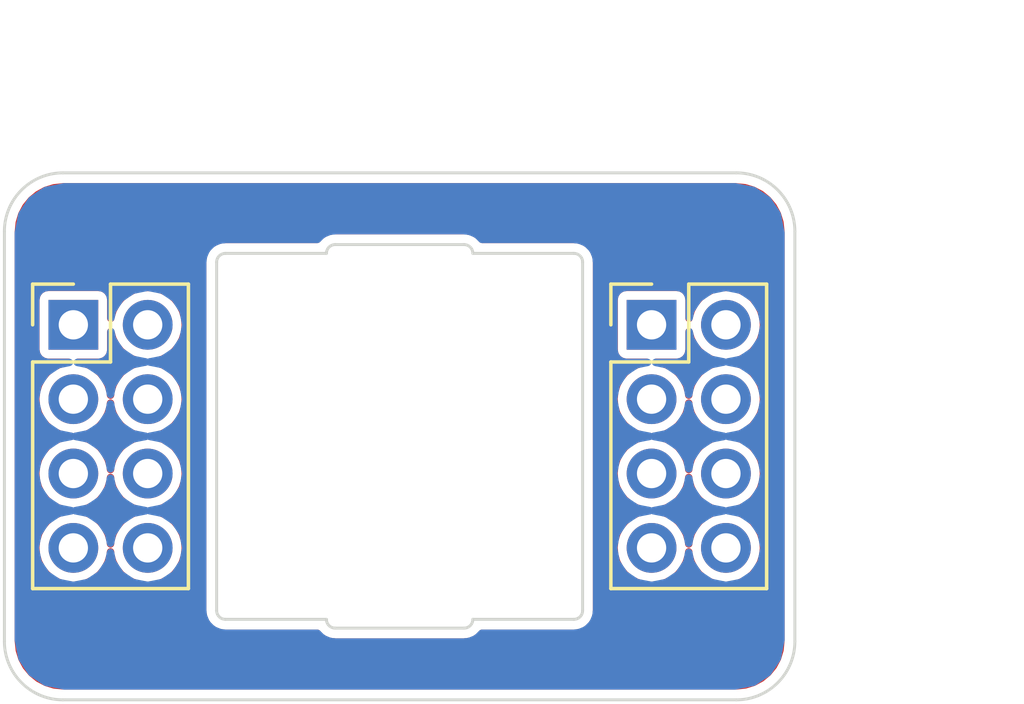
<source format=kicad_pcb>
(kicad_pcb (version 20170123) (host pcbnew "(2017-07-27 revision 3ee2f80)-test1")

  (general
    (thickness 1.6)
    (drawings 26)
    (tracks 0)
    (zones 0)
    (modules 2)
    (nets 17)
  )

  (page A4)
  (layers
    (0 F.Cu signal)
    (31 B.Cu signal)
    (32 B.Adhes user)
    (33 F.Adhes user)
    (34 B.Paste user)
    (35 F.Paste user)
    (36 B.SilkS user)
    (37 F.SilkS user)
    (38 B.Mask user)
    (39 F.Mask user)
    (40 Dwgs.User user)
    (41 Cmts.User user)
    (42 Eco1.User user)
    (43 Eco2.User user)
    (44 Edge.Cuts user)
    (45 Margin user)
    (46 B.CrtYd user)
    (47 F.CrtYd user)
    (48 B.Fab user)
    (49 F.Fab user hide)
  )

  (setup
    (last_trace_width 0.25)
    (trace_clearance 0.2)
    (zone_clearance 0.3)
    (zone_45_only yes)
    (trace_min 0.2)
    (segment_width 0.2)
    (edge_width 0.2)
    (via_size 0.8)
    (via_drill 0.4)
    (via_min_size 0.4)
    (via_min_drill 0.3)
    (uvia_size 0.3)
    (uvia_drill 0.1)
    (uvias_allowed no)
    (uvia_min_size 0.2)
    (uvia_min_drill 0.1)
    (pcb_text_width 0.3)
    (pcb_text_size 1.5 1.5)
    (mod_edge_width 0.15)
    (mod_text_size 1 1)
    (mod_text_width 0.15)
    (pad_size 1.524 1.524)
    (pad_drill 0.762)
    (pad_to_mask_clearance 0.2)
    (aux_axis_origin 145.105 49.27)
    (grid_origin 145.105 49.27)
    (visible_elements FFFFFF7F)
    (pcbplotparams
      (layerselection 0x000f0_ffffffff)
      (usegerberextensions true)
      (excludeedgelayer false)
      (linewidth 0.100000)
      (plotframeref false)
      (viasonmask false)
      (mode 1)
      (useauxorigin true)
      (hpglpennumber 1)
      (hpglpenspeed 20)
      (hpglpendiameter 15)
      (psnegative false)
      (psa4output false)
      (plotreference true)
      (plotvalue true)
      (plotinvisibletext false)
      (padsonsilk false)
      (subtractmaskfromsilk false)
      (outputformat 1)
      (mirror false)
      (drillshape 0)
      (scaleselection 1)
      (outputdirectory DI-Lambda-UNO-insert-v1.0-gerbers-20170824/))
  )

  (net 0 "")
  (net 1 "Net-(J1-Pad8)")
  (net 2 "Net-(J1-Pad7)")
  (net 3 "Net-(J1-Pad6)")
  (net 4 "Net-(J1-Pad5)")
  (net 5 "Net-(J1-Pad4)")
  (net 6 "Net-(J1-Pad3)")
  (net 7 "Net-(J1-Pad2)")
  (net 8 "Net-(J1-Pad1)")
  (net 9 "Net-(J2-Pad1)")
  (net 10 "Net-(J2-Pad2)")
  (net 11 "Net-(J2-Pad3)")
  (net 12 "Net-(J2-Pad4)")
  (net 13 "Net-(J2-Pad5)")
  (net 14 "Net-(J2-Pad6)")
  (net 15 "Net-(J2-Pad7)")
  (net 16 "Net-(J2-Pad8)")

  (net_class Default "This is the default net class."
    (clearance 0.2)
    (trace_width 0.25)
    (via_dia 0.8)
    (via_drill 0.4)
    (uvia_dia 0.3)
    (uvia_drill 0.1)
    (add_net "Net-(J1-Pad1)")
    (add_net "Net-(J1-Pad2)")
    (add_net "Net-(J1-Pad3)")
    (add_net "Net-(J1-Pad4)")
    (add_net "Net-(J1-Pad5)")
    (add_net "Net-(J1-Pad6)")
    (add_net "Net-(J1-Pad7)")
    (add_net "Net-(J1-Pad8)")
    (add_net "Net-(J2-Pad1)")
    (add_net "Net-(J2-Pad2)")
    (add_net "Net-(J2-Pad3)")
    (add_net "Net-(J2-Pad4)")
    (add_net "Net-(J2-Pad5)")
    (add_net "Net-(J2-Pad6)")
    (add_net "Net-(J2-Pad7)")
    (add_net "Net-(J2-Pad8)")
  )

  (module Pin_Headers:Pin_Header_Straight_2x04_Pitch2.54mm (layer F.Cu) (tedit 599B2692) (tstamp 599B2705)
    (at 147.46 54.46)
    (descr "Through hole straight pin header, 2x04, 2.54mm pitch, double rows")
    (tags "Through hole pin header THT 2x04 2.54mm double row")
    (path /599B2696)
    (fp_text reference J2 (at 1.27 -2.39) (layer F.SilkS) hide
      (effects (font (size 1 1) (thickness 0.15)))
    )
    (fp_text value CONN_02X04 (at 1.27 10.01) (layer F.Fab)
      (effects (font (size 1 1) (thickness 0.15)))
    )
    (fp_line (start -1.27 -1.27) (end -1.27 8.89) (layer F.Fab) (width 0.1))
    (fp_line (start -1.27 8.89) (end 3.81 8.89) (layer F.Fab) (width 0.1))
    (fp_line (start 3.81 8.89) (end 3.81 -1.27) (layer F.Fab) (width 0.1))
    (fp_line (start 3.81 -1.27) (end -1.27 -1.27) (layer F.Fab) (width 0.1))
    (fp_line (start -1.39 1.27) (end -1.39 9.01) (layer F.SilkS) (width 0.12))
    (fp_line (start -1.39 9.01) (end 3.93 9.01) (layer F.SilkS) (width 0.12))
    (fp_line (start 3.93 9.01) (end 3.93 -1.39) (layer F.SilkS) (width 0.12))
    (fp_line (start 3.93 -1.39) (end 1.27 -1.39) (layer F.SilkS) (width 0.12))
    (fp_line (start 1.27 -1.39) (end 1.27 1.27) (layer F.SilkS) (width 0.12))
    (fp_line (start 1.27 1.27) (end -1.39 1.27) (layer F.SilkS) (width 0.12))
    (fp_line (start -1.39 0) (end -1.39 -1.39) (layer F.SilkS) (width 0.12))
    (fp_line (start -1.39 -1.39) (end 0 -1.39) (layer F.SilkS) (width 0.12))
    (fp_line (start -1.6 -1.6) (end -1.6 9.2) (layer F.CrtYd) (width 0.05))
    (fp_line (start -1.6 9.2) (end 4.1 9.2) (layer F.CrtYd) (width 0.05))
    (fp_line (start 4.1 9.2) (end 4.1 -1.6) (layer F.CrtYd) (width 0.05))
    (fp_line (start 4.1 -1.6) (end -1.6 -1.6) (layer F.CrtYd) (width 0.05))
    (pad 1 thru_hole rect (at 0 0) (size 1.7 1.7) (drill 1) (layers *.Cu *.Mask)
      (net 9 "Net-(J2-Pad1)"))
    (pad 2 thru_hole oval (at 2.54 0) (size 1.7 1.7) (drill 1) (layers *.Cu *.Mask)
      (net 10 "Net-(J2-Pad2)"))
    (pad 3 thru_hole oval (at 0 2.54) (size 1.7 1.7) (drill 1) (layers *.Cu *.Mask)
      (net 11 "Net-(J2-Pad3)"))
    (pad 4 thru_hole oval (at 2.54 2.54) (size 1.7 1.7) (drill 1) (layers *.Cu *.Mask)
      (net 12 "Net-(J2-Pad4)"))
    (pad 5 thru_hole oval (at 0 5.08) (size 1.7 1.7) (drill 1) (layers *.Cu *.Mask)
      (net 13 "Net-(J2-Pad5)"))
    (pad 6 thru_hole oval (at 2.54 5.08) (size 1.7 1.7) (drill 1) (layers *.Cu *.Mask)
      (net 14 "Net-(J2-Pad6)"))
    (pad 7 thru_hole oval (at 0 7.62) (size 1.7 1.7) (drill 1) (layers *.Cu *.Mask)
      (net 15 "Net-(J2-Pad7)"))
    (pad 8 thru_hole oval (at 2.54 7.62) (size 1.7 1.7) (drill 1) (layers *.Cu *.Mask)
      (net 16 "Net-(J2-Pad8)"))
    (model Pin_Headers.3dshapes/Pin_Header_Straight_2x04_Pitch2.54mm.wrl
      (at (xyz 0.05 -0.15 0))
      (scale (xyz 1 1 1))
      (rotate (xyz 0 0 90))
    )
  )

  (module Pin_Headers:Pin_Header_Straight_2x04_Pitch2.54mm (layer F.Cu) (tedit 599B2695) (tstamp 599B26E3)
    (at 167.21 54.46)
    (descr "Through hole straight pin header, 2x04, 2.54mm pitch, double rows")
    (tags "Through hole pin header THT 2x04 2.54mm double row")
    (path /599B2666)
    (fp_text reference J1 (at 1.27 -2.39) (layer F.SilkS) hide
      (effects (font (size 1 1) (thickness 0.15)))
    )
    (fp_text value CONN_02X04 (at 1.27 10.01) (layer F.Fab)
      (effects (font (size 1 1) (thickness 0.15)))
    )
    (fp_line (start 4.1 -1.6) (end -1.6 -1.6) (layer F.CrtYd) (width 0.05))
    (fp_line (start 4.1 9.2) (end 4.1 -1.6) (layer F.CrtYd) (width 0.05))
    (fp_line (start -1.6 9.2) (end 4.1 9.2) (layer F.CrtYd) (width 0.05))
    (fp_line (start -1.6 -1.6) (end -1.6 9.2) (layer F.CrtYd) (width 0.05))
    (fp_line (start -1.39 -1.39) (end 0 -1.39) (layer F.SilkS) (width 0.12))
    (fp_line (start -1.39 0) (end -1.39 -1.39) (layer F.SilkS) (width 0.12))
    (fp_line (start 1.27 1.27) (end -1.39 1.27) (layer F.SilkS) (width 0.12))
    (fp_line (start 1.27 -1.39) (end 1.27 1.27) (layer F.SilkS) (width 0.12))
    (fp_line (start 3.93 -1.39) (end 1.27 -1.39) (layer F.SilkS) (width 0.12))
    (fp_line (start 3.93 9.01) (end 3.93 -1.39) (layer F.SilkS) (width 0.12))
    (fp_line (start -1.39 9.01) (end 3.93 9.01) (layer F.SilkS) (width 0.12))
    (fp_line (start -1.39 1.27) (end -1.39 9.01) (layer F.SilkS) (width 0.12))
    (fp_line (start 3.81 -1.27) (end -1.27 -1.27) (layer F.Fab) (width 0.1))
    (fp_line (start 3.81 8.89) (end 3.81 -1.27) (layer F.Fab) (width 0.1))
    (fp_line (start -1.27 8.89) (end 3.81 8.89) (layer F.Fab) (width 0.1))
    (fp_line (start -1.27 -1.27) (end -1.27 8.89) (layer F.Fab) (width 0.1))
    (pad 8 thru_hole oval (at 2.54 7.62) (size 1.7 1.7) (drill 1) (layers *.Cu *.Mask)
      (net 1 "Net-(J1-Pad8)"))
    (pad 7 thru_hole oval (at 0 7.62) (size 1.7 1.7) (drill 1) (layers *.Cu *.Mask)
      (net 2 "Net-(J1-Pad7)"))
    (pad 6 thru_hole oval (at 2.54 5.08) (size 1.7 1.7) (drill 1) (layers *.Cu *.Mask)
      (net 3 "Net-(J1-Pad6)"))
    (pad 5 thru_hole oval (at 0 5.08) (size 1.7 1.7) (drill 1) (layers *.Cu *.Mask)
      (net 4 "Net-(J1-Pad5)"))
    (pad 4 thru_hole oval (at 2.54 2.54) (size 1.7 1.7) (drill 1) (layers *.Cu *.Mask)
      (net 5 "Net-(J1-Pad4)"))
    (pad 3 thru_hole oval (at 0 2.54) (size 1.7 1.7) (drill 1) (layers *.Cu *.Mask)
      (net 6 "Net-(J1-Pad3)"))
    (pad 2 thru_hole oval (at 2.54 0) (size 1.7 1.7) (drill 1) (layers *.Cu *.Mask)
      (net 7 "Net-(J1-Pad2)"))
    (pad 1 thru_hole rect (at 0 0) (size 1.7 1.7) (drill 1) (layers *.Cu *.Mask)
      (net 8 "Net-(J1-Pad1)"))
    (model Pin_Headers.3dshapes/Pin_Header_Straight_2x04_Pitch2.54mm.wrl
      (at (xyz 0.05 -0.15 0))
      (scale (xyz 1 1 1))
      (rotate (xyz 0 0 90))
    )
  )

  (dimension 18 (width 0.3) (layer Eco1.User)
    (gr_text "18.000 mm" (at 177.255 58.27 270) (layer Eco1.User)
      (effects (font (size 1.5 1.5) (thickness 0.3)))
    )
    (feature1 (pts (xy 172.105 67.27) (xy 178.605 67.27)))
    (feature2 (pts (xy 172.105 49.27) (xy 178.605 49.27)))
    (crossbar (pts (xy 175.905 49.27) (xy 175.905 67.27)))
    (arrow1a (pts (xy 175.905 67.27) (xy 175.318579 66.143496)))
    (arrow1b (pts (xy 175.905 67.27) (xy 176.491421 66.143496)))
    (arrow2a (pts (xy 175.905 49.27) (xy 175.318579 50.396504)))
    (arrow2b (pts (xy 175.905 49.27) (xy 176.491421 50.396504)))
  )
  (dimension 27 (width 0.3) (layer Eco1.User)
    (gr_text "27.000 mm" (at 158.605 45.22) (layer Eco1.User)
      (effects (font (size 1.5 1.5) (thickness 0.3)))
    )
    (feature1 (pts (xy 172.105 49.27) (xy 172.105 43.87)))
    (feature2 (pts (xy 145.105 49.27) (xy 145.105 43.87)))
    (crossbar (pts (xy 145.105 46.57) (xy 172.105 46.57)))
    (arrow1a (pts (xy 172.105 46.57) (xy 170.978496 47.156421)))
    (arrow1b (pts (xy 172.105 46.57) (xy 170.978496 45.983579)))
    (arrow2a (pts (xy 145.105 46.57) (xy 146.231504 47.156421)))
    (arrow2b (pts (xy 145.105 46.57) (xy 146.231504 45.983579)))
  )
  (gr_arc (start 147.105 65.27) (end 147.105 67.27) (angle 90) (layer Edge.Cuts) (width 0.1) (tstamp 599B2800))
  (gr_arc (start 170.105 65.27) (end 172.105 65.27) (angle 90) (layer Edge.Cuts) (width 0.1) (tstamp 599B27F7))
  (gr_arc (start 170.105 51.27) (end 170.105 49.27) (angle 90) (layer Edge.Cuts) (width 0.1) (tstamp 599B27EB))
  (gr_arc (start 147.105 51.27) (end 145.105 51.27) (angle 90) (layer Edge.Cuts) (width 0.1))
  (gr_arc (start 152.655 52.32) (end 152.355 52.32) (angle 90) (layer Edge.Cuts) (width 0.1) (tstamp 599B27CC))
  (gr_arc (start 164.555 52.32) (end 164.555 52.02) (angle 90) (layer Edge.Cuts) (width 0.1) (tstamp 599B27C6))
  (gr_arc (start 164.555 64.22) (end 164.855 64.22) (angle 90) (layer Edge.Cuts) (width 0.1) (tstamp 599B27BF))
  (gr_arc (start 152.655 64.22) (end 152.655 64.52) (angle 90) (layer Edge.Cuts) (width 0.1) (tstamp 599B27B5))
  (gr_arc (start 160.805 64.52) (end 161.105 64.52) (angle 90) (layer Edge.Cuts) (width 0.1) (tstamp 599B27B0))
  (gr_arc (start 156.405 64.52) (end 156.405 64.82) (angle 90) (layer Edge.Cuts) (width 0.1) (tstamp 599B27AC))
  (gr_arc (start 160.805 52.02) (end 160.805 51.72) (angle 90) (layer Edge.Cuts) (width 0.1) (tstamp 599B27A8))
  (gr_arc (start 156.405 52.02) (end 156.105 52.02) (angle 90) (layer Edge.Cuts) (width 0.1))
  (gr_line (start 152.355 52.32) (end 152.355 64.22) (layer Edge.Cuts) (width 0.1))
  (gr_line (start 147.105 67.27) (end 170.105 67.27) (layer Edge.Cuts) (width 0.1))
  (gr_line (start 145.105 51.27) (end 145.105 65.27) (layer Edge.Cuts) (width 0.1))
  (gr_line (start 172.105 51.27) (end 172.105 65.27) (layer Edge.Cuts) (width 0.1))
  (gr_line (start 147.105 49.27) (end 170.105 49.27) (layer Edge.Cuts) (width 0.1))
  (gr_line (start 156.405 64.82) (end 160.805 64.82) (layer Edge.Cuts) (width 0.1))
  (gr_line (start 156.105 52.02) (end 152.655 52.02) (layer Edge.Cuts) (width 0.1))
  (gr_line (start 152.655 64.52) (end 156.105 64.52) (layer Edge.Cuts) (width 0.1))
  (gr_line (start 156.405 51.72) (end 160.805 51.72) (layer Edge.Cuts) (width 0.1))
  (gr_line (start 164.555 64.52) (end 161.105 64.52) (layer Edge.Cuts) (width 0.1))
  (gr_line (start 164.555 52.02) (end 161.105 52.02) (layer Edge.Cuts) (width 0.1))
  (gr_line (start 164.855 64.22) (end 164.855 52.32) (layer Edge.Cuts) (width 0.1))

  (zone (net 0) (net_name "") (layer F.Cu) (tstamp 0) (hatch edge 0.508)
    (connect_pads (clearance 0.3))
    (min_thickness 0.254)
    (fill yes (arc_segments 32) (thermal_gap 0.508) (thermal_bridge_width 0.508) (smoothing chamfer))
    (polygon
      (pts
        (xy 145.105 50.27) (xy 146.005 49.27) (xy 171.105 49.27) (xy 172.105 50.399188) (xy 172.105 66.37)
        (xy 171.105 67.27) (xy 145.905 67.27) (xy 145.105 66.57)
      )
    )
    (filled_polygon
      (pts
        (xy 170.400375 49.778249) (xy 170.684495 49.86403) (xy 170.94655 50.003366) (xy 171.176545 50.190946) (xy 171.365727 50.419627)
        (xy 171.506888 50.680698) (xy 171.594652 50.964218) (xy 171.628 51.281502) (xy 171.628 65.246675) (xy 171.596751 65.565372)
        (xy 171.51097 65.849497) (xy 171.371633 66.111549) (xy 171.184053 66.341546) (xy 170.955373 66.530727) (xy 170.6943 66.671888)
        (xy 170.410781 66.759652) (xy 170.093498 66.793) (xy 147.128325 66.793) (xy 146.809628 66.761751) (xy 146.525503 66.67597)
        (xy 146.263451 66.536633) (xy 146.033454 66.349053) (xy 145.844273 66.120373) (xy 145.703112 65.8593) (xy 145.615348 65.575781)
        (xy 145.582 65.258498) (xy 145.582 56.991085) (xy 146.176852 56.991085) (xy 146.19944 57.239286) (xy 146.269807 57.478373)
        (xy 146.385273 57.699238) (xy 146.541439 57.89347) (xy 146.732358 58.05367) (xy 146.950757 58.173736) (xy 147.188318 58.249094)
        (xy 147.378301 58.270405) (xy 147.205784 58.28732) (xy 146.967194 58.359355) (xy 146.74714 58.47636) (xy 146.554003 58.633878)
        (xy 146.39514 58.825911) (xy 146.276602 59.045143) (xy 146.202903 59.283223) (xy 146.176852 59.531085) (xy 146.19944 59.779286)
        (xy 146.269807 60.018373) (xy 146.385273 60.239238) (xy 146.541439 60.43347) (xy 146.732358 60.59367) (xy 146.950757 60.713736)
        (xy 147.188318 60.789094) (xy 147.378301 60.810405) (xy 147.205784 60.82732) (xy 146.967194 60.899355) (xy 146.74714 61.01636)
        (xy 146.554003 61.173878) (xy 146.39514 61.365911) (xy 146.276602 61.585143) (xy 146.202903 61.823223) (xy 146.176852 62.071085)
        (xy 146.19944 62.319286) (xy 146.269807 62.558373) (xy 146.385273 62.779238) (xy 146.541439 62.97347) (xy 146.732358 63.13367)
        (xy 146.950757 63.253736) (xy 147.188318 63.329094) (xy 147.435991 63.356876) (xy 147.453821 63.357) (xy 147.466179 63.357)
        (xy 147.714216 63.33268) (xy 147.952806 63.260645) (xy 148.17286 63.14364) (xy 148.365997 62.986122) (xy 148.52486 62.794089)
        (xy 148.643398 62.574857) (xy 148.717097 62.336777) (xy 148.729925 62.214729) (xy 148.73944 62.319286) (xy 148.809807 62.558373)
        (xy 148.925273 62.779238) (xy 149.081439 62.97347) (xy 149.272358 63.13367) (xy 149.490757 63.253736) (xy 149.728318 63.329094)
        (xy 149.975991 63.356876) (xy 149.993821 63.357) (xy 150.006179 63.357) (xy 150.254216 63.33268) (xy 150.492806 63.260645)
        (xy 150.71286 63.14364) (xy 150.905997 62.986122) (xy 151.06486 62.794089) (xy 151.183398 62.574857) (xy 151.257097 62.336777)
        (xy 151.283148 62.088915) (xy 151.26056 61.840714) (xy 151.190193 61.601627) (xy 151.074727 61.380762) (xy 150.918561 61.18653)
        (xy 150.727642 61.02633) (xy 150.509243 60.906264) (xy 150.271682 60.830906) (xy 150.081699 60.809595) (xy 150.254216 60.79268)
        (xy 150.492806 60.720645) (xy 150.71286 60.60364) (xy 150.905997 60.446122) (xy 151.06486 60.254089) (xy 151.183398 60.034857)
        (xy 151.257097 59.796777) (xy 151.283148 59.548915) (xy 151.26056 59.300714) (xy 151.190193 59.061627) (xy 151.074727 58.840762)
        (xy 150.918561 58.64653) (xy 150.727642 58.48633) (xy 150.509243 58.366264) (xy 150.271682 58.290906) (xy 150.081699 58.269595)
        (xy 150.254216 58.25268) (xy 150.492806 58.180645) (xy 150.71286 58.06364) (xy 150.905997 57.906122) (xy 151.06486 57.714089)
        (xy 151.183398 57.494857) (xy 151.257097 57.256777) (xy 151.283148 57.008915) (xy 151.26056 56.760714) (xy 151.190193 56.521627)
        (xy 151.074727 56.300762) (xy 150.918561 56.10653) (xy 150.727642 55.94633) (xy 150.509243 55.826264) (xy 150.271682 55.750906)
        (xy 150.081699 55.729595) (xy 150.254216 55.71268) (xy 150.492806 55.640645) (xy 150.71286 55.52364) (xy 150.905997 55.366122)
        (xy 151.06486 55.174089) (xy 151.183398 54.954857) (xy 151.257097 54.716777) (xy 151.283148 54.468915) (xy 151.26056 54.220714)
        (xy 151.190193 53.981627) (xy 151.074727 53.760762) (xy 150.918561 53.56653) (xy 150.727642 53.40633) (xy 150.509243 53.286264)
        (xy 150.271682 53.210906) (xy 150.024009 53.183124) (xy 150.006179 53.183) (xy 149.993821 53.183) (xy 149.745784 53.20732)
        (xy 149.507194 53.279355) (xy 149.28714 53.39636) (xy 149.094003 53.553878) (xy 148.93514 53.745911) (xy 148.816602 53.965143)
        (xy 148.742903 54.203223) (xy 148.739066 54.23973) (xy 148.739066 53.61) (xy 148.730822 53.526293) (xy 148.706405 53.445804)
        (xy 148.666755 53.371624) (xy 148.613395 53.306605) (xy 148.548376 53.253245) (xy 148.474196 53.213595) (xy 148.393707 53.189178)
        (xy 148.31 53.180934) (xy 146.61 53.180934) (xy 146.526293 53.189178) (xy 146.445804 53.213595) (xy 146.371624 53.253245)
        (xy 146.306605 53.306605) (xy 146.253245 53.371624) (xy 146.213595 53.445804) (xy 146.189178 53.526293) (xy 146.180934 53.61)
        (xy 146.180934 55.31) (xy 146.189178 55.393707) (xy 146.213595 55.474196) (xy 146.253245 55.548376) (xy 146.306605 55.613395)
        (xy 146.371624 55.666755) (xy 146.445804 55.706405) (xy 146.526293 55.730822) (xy 146.61 55.739066) (xy 147.289966 55.739066)
        (xy 147.205784 55.74732) (xy 146.967194 55.819355) (xy 146.74714 55.93636) (xy 146.554003 56.093878) (xy 146.39514 56.285911)
        (xy 146.276602 56.505143) (xy 146.202903 56.743223) (xy 146.176852 56.991085) (xy 145.582 56.991085) (xy 145.582 52.32)
        (xy 151.878 52.32) (xy 151.878 64.22) (xy 151.878008 64.220084) (xy 151.878003 64.221595) (xy 151.87801 64.223689)
        (xy 151.880116 64.244455) (xy 151.87997 64.265325) (xy 151.88062 64.271953) (xy 151.88674 64.330182) (xy 151.895433 64.372532)
        (xy 151.903534 64.415001) (xy 151.90546 64.421377) (xy 151.922774 64.477309) (xy 151.939524 64.517156) (xy 151.955723 64.55725)
        (xy 151.958845 64.563121) (xy 151.958849 64.56313) (xy 151.958854 64.563137) (xy 151.986698 64.614634) (xy 152.010877 64.65048)
        (xy 152.034545 64.68665) (xy 152.038755 64.691811) (xy 152.076076 64.736923) (xy 152.106743 64.767376) (xy 152.137001 64.798276)
        (xy 152.142128 64.802516) (xy 152.142133 64.802521) (xy 152.142138 64.802525) (xy 152.187507 64.839526) (xy 152.223543 64.863468)
        (xy 152.259182 64.887872) (xy 152.265037 64.891037) (xy 152.265047 64.891044) (xy 152.265058 64.891048) (xy 152.316737 64.918528)
        (xy 152.356713 64.935005) (xy 152.396447 64.952036) (xy 152.402809 64.954005) (xy 152.45886 64.970928) (xy 152.501292 64.97933)
        (xy 152.543563 64.988315) (xy 152.550175 64.98901) (xy 152.550181 64.989011) (xy 152.550186 64.989011) (xy 152.608456 64.994724)
        (xy 152.628461 64.994724) (xy 152.64834 64.996954) (xy 152.655 64.997) (xy 155.793048 64.997) (xy 155.826076 65.036923)
        (xy 155.856743 65.067376) (xy 155.887001 65.098276) (xy 155.892128 65.102516) (xy 155.892133 65.102521) (xy 155.892138 65.102525)
        (xy 155.937507 65.139526) (xy 155.973543 65.163468) (xy 156.009182 65.187872) (xy 156.015037 65.191037) (xy 156.015047 65.191044)
        (xy 156.015058 65.191048) (xy 156.066737 65.218528) (xy 156.106713 65.235005) (xy 156.146447 65.252036) (xy 156.152809 65.254005)
        (xy 156.20886 65.270928) (xy 156.251292 65.27933) (xy 156.293563 65.288315) (xy 156.300175 65.28901) (xy 156.300181 65.289011)
        (xy 156.300186 65.289011) (xy 156.358456 65.294724) (xy 156.378461 65.294724) (xy 156.39834 65.296954) (xy 156.405 65.297)
        (xy 160.805 65.297) (xy 160.805084 65.296992) (xy 160.806595 65.296997) (xy 160.808689 65.29699) (xy 160.829455 65.294884)
        (xy 160.850325 65.29503) (xy 160.856953 65.29438) (xy 160.915182 65.28826) (xy 160.957532 65.279567) (xy 161.000001 65.271466)
        (xy 161.006371 65.269542) (xy 161.006375 65.269541) (xy 161.006378 65.26954) (xy 161.062309 65.252226) (xy 161.102156 65.235476)
        (xy 161.14225 65.219277) (xy 161.148121 65.216155) (xy 161.14813 65.216151) (xy 161.148137 65.216146) (xy 161.199634 65.188302)
        (xy 161.23548 65.164123) (xy 161.27165 65.140455) (xy 161.276811 65.136245) (xy 161.321923 65.098924) (xy 161.352376 65.068257)
        (xy 161.383276 65.037999) (xy 161.387519 65.032869) (xy 161.387521 65.032867) (xy 161.387525 65.032862) (xy 161.416772 64.997)
        (xy 164.555 64.997) (xy 164.555084 64.996992) (xy 164.556595 64.996997) (xy 164.558689 64.99699) (xy 164.579455 64.994884)
        (xy 164.600325 64.99503) (xy 164.606953 64.99438) (xy 164.665182 64.98826) (xy 164.707532 64.979567) (xy 164.750001 64.971466)
        (xy 164.756371 64.969542) (xy 164.756375 64.969541) (xy 164.756378 64.96954) (xy 164.812309 64.952226) (xy 164.852156 64.935476)
        (xy 164.89225 64.919277) (xy 164.898121 64.916155) (xy 164.89813 64.916151) (xy 164.898137 64.916146) (xy 164.949634 64.888302)
        (xy 164.985486 64.864119) (xy 165.02165 64.840455) (xy 165.026811 64.836245) (xy 165.071923 64.798924) (xy 165.102376 64.768257)
        (xy 165.133276 64.737999) (xy 165.137519 64.732869) (xy 165.137521 64.732867) (xy 165.137525 64.732862) (xy 165.174526 64.687493)
        (xy 165.198468 64.651457) (xy 165.222872 64.615818) (xy 165.226039 64.60996) (xy 165.226044 64.609953) (xy 165.226048 64.609942)
        (xy 165.253528 64.558263) (xy 165.270005 64.518287) (xy 165.287036 64.478553) (xy 165.289005 64.472191) (xy 165.305928 64.41614)
        (xy 165.31433 64.373708) (xy 165.323315 64.331437) (xy 165.32401 64.324825) (xy 165.324011 64.324819) (xy 165.324011 64.324814)
        (xy 165.329724 64.266544) (xy 165.329724 64.246539) (xy 165.331954 64.22666) (xy 165.332 64.22) (xy 165.332 56.991085)
        (xy 165.926852 56.991085) (xy 165.94944 57.239286) (xy 166.019807 57.478373) (xy 166.135273 57.699238) (xy 166.291439 57.89347)
        (xy 166.482358 58.05367) (xy 166.700757 58.173736) (xy 166.938318 58.249094) (xy 167.128301 58.270405) (xy 166.955784 58.28732)
        (xy 166.717194 58.359355) (xy 166.49714 58.47636) (xy 166.304003 58.633878) (xy 166.14514 58.825911) (xy 166.026602 59.045143)
        (xy 165.952903 59.283223) (xy 165.926852 59.531085) (xy 165.94944 59.779286) (xy 166.019807 60.018373) (xy 166.135273 60.239238)
        (xy 166.291439 60.43347) (xy 166.482358 60.59367) (xy 166.700757 60.713736) (xy 166.938318 60.789094) (xy 167.128301 60.810405)
        (xy 166.955784 60.82732) (xy 166.717194 60.899355) (xy 166.49714 61.01636) (xy 166.304003 61.173878) (xy 166.14514 61.365911)
        (xy 166.026602 61.585143) (xy 165.952903 61.823223) (xy 165.926852 62.071085) (xy 165.94944 62.319286) (xy 166.019807 62.558373)
        (xy 166.135273 62.779238) (xy 166.291439 62.97347) (xy 166.482358 63.13367) (xy 166.700757 63.253736) (xy 166.938318 63.329094)
        (xy 167.185991 63.356876) (xy 167.203821 63.357) (xy 167.216179 63.357) (xy 167.464216 63.33268) (xy 167.702806 63.260645)
        (xy 167.92286 63.14364) (xy 168.115997 62.986122) (xy 168.27486 62.794089) (xy 168.393398 62.574857) (xy 168.467097 62.336777)
        (xy 168.479925 62.214729) (xy 168.48944 62.319286) (xy 168.559807 62.558373) (xy 168.675273 62.779238) (xy 168.831439 62.97347)
        (xy 169.022358 63.13367) (xy 169.240757 63.253736) (xy 169.478318 63.329094) (xy 169.725991 63.356876) (xy 169.743821 63.357)
        (xy 169.756179 63.357) (xy 170.004216 63.33268) (xy 170.242806 63.260645) (xy 170.46286 63.14364) (xy 170.655997 62.986122)
        (xy 170.81486 62.794089) (xy 170.933398 62.574857) (xy 171.007097 62.336777) (xy 171.033148 62.088915) (xy 171.01056 61.840714)
        (xy 170.940193 61.601627) (xy 170.824727 61.380762) (xy 170.668561 61.18653) (xy 170.477642 61.02633) (xy 170.259243 60.906264)
        (xy 170.021682 60.830906) (xy 169.831699 60.809595) (xy 170.004216 60.79268) (xy 170.242806 60.720645) (xy 170.46286 60.60364)
        (xy 170.655997 60.446122) (xy 170.81486 60.254089) (xy 170.933398 60.034857) (xy 171.007097 59.796777) (xy 171.033148 59.548915)
        (xy 171.01056 59.300714) (xy 170.940193 59.061627) (xy 170.824727 58.840762) (xy 170.668561 58.64653) (xy 170.477642 58.48633)
        (xy 170.259243 58.366264) (xy 170.021682 58.290906) (xy 169.831699 58.269595) (xy 170.004216 58.25268) (xy 170.242806 58.180645)
        (xy 170.46286 58.06364) (xy 170.655997 57.906122) (xy 170.81486 57.714089) (xy 170.933398 57.494857) (xy 171.007097 57.256777)
        (xy 171.033148 57.008915) (xy 171.01056 56.760714) (xy 170.940193 56.521627) (xy 170.824727 56.300762) (xy 170.668561 56.10653)
        (xy 170.477642 55.94633) (xy 170.259243 55.826264) (xy 170.021682 55.750906) (xy 169.831699 55.729595) (xy 170.004216 55.71268)
        (xy 170.242806 55.640645) (xy 170.46286 55.52364) (xy 170.655997 55.366122) (xy 170.81486 55.174089) (xy 170.933398 54.954857)
        (xy 171.007097 54.716777) (xy 171.033148 54.468915) (xy 171.01056 54.220714) (xy 170.940193 53.981627) (xy 170.824727 53.760762)
        (xy 170.668561 53.56653) (xy 170.477642 53.40633) (xy 170.259243 53.286264) (xy 170.021682 53.210906) (xy 169.774009 53.183124)
        (xy 169.756179 53.183) (xy 169.743821 53.183) (xy 169.495784 53.20732) (xy 169.257194 53.279355) (xy 169.03714 53.39636)
        (xy 168.844003 53.553878) (xy 168.68514 53.745911) (xy 168.566602 53.965143) (xy 168.492903 54.203223) (xy 168.489066 54.23973)
        (xy 168.489066 53.61) (xy 168.480822 53.526293) (xy 168.456405 53.445804) (xy 168.416755 53.371624) (xy 168.363395 53.306605)
        (xy 168.298376 53.253245) (xy 168.224196 53.213595) (xy 168.143707 53.189178) (xy 168.06 53.180934) (xy 166.36 53.180934)
        (xy 166.276293 53.189178) (xy 166.195804 53.213595) (xy 166.121624 53.253245) (xy 166.056605 53.306605) (xy 166.003245 53.371624)
        (xy 165.963595 53.445804) (xy 165.939178 53.526293) (xy 165.930934 53.61) (xy 165.930934 55.31) (xy 165.939178 55.393707)
        (xy 165.963595 55.474196) (xy 166.003245 55.548376) (xy 166.056605 55.613395) (xy 166.121624 55.666755) (xy 166.195804 55.706405)
        (xy 166.276293 55.730822) (xy 166.36 55.739066) (xy 167.039966 55.739066) (xy 166.955784 55.74732) (xy 166.717194 55.819355)
        (xy 166.49714 55.93636) (xy 166.304003 56.093878) (xy 166.14514 56.285911) (xy 166.026602 56.505143) (xy 165.952903 56.743223)
        (xy 165.926852 56.991085) (xy 165.332 56.991085) (xy 165.332 52.32) (xy 165.331992 52.319916) (xy 165.331997 52.318405)
        (xy 165.33199 52.316311) (xy 165.329884 52.295545) (xy 165.33003 52.274675) (xy 165.32938 52.268047) (xy 165.32326 52.209818)
        (xy 165.314572 52.167494) (xy 165.306466 52.124999) (xy 165.304541 52.118624) (xy 165.287226 52.062691) (xy 165.270476 52.022845)
        (xy 165.254277 51.98275) (xy 165.25115 51.97687) (xy 165.223302 51.925367) (xy 165.199127 51.889526) (xy 165.175454 51.85335)
        (xy 165.171247 51.848193) (xy 165.171244 51.848188) (xy 165.171239 51.848183) (xy 165.133924 51.803076) (xy 165.103238 51.772604)
        (xy 165.072999 51.741724) (xy 165.067867 51.737479) (xy 165.022493 51.700474) (xy 164.986498 51.676559) (xy 164.950819 51.652128)
        (xy 164.94496 51.648961) (xy 164.944955 51.648958) (xy 164.944951 51.648956) (xy 164.893264 51.621473) (xy 164.853307 51.605003)
        (xy 164.813553 51.587964) (xy 164.807191 51.585995) (xy 164.75114 51.569072) (xy 164.708708 51.56067) (xy 164.666437 51.551685)
        (xy 164.659826 51.55099) (xy 164.659819 51.550989) (xy 164.659813 51.550989) (xy 164.601544 51.545276) (xy 164.581539 51.545276)
        (xy 164.56166 51.543046) (xy 164.555 51.543) (xy 161.416951 51.543) (xy 161.383924 51.503076) (xy 161.353238 51.472604)
        (xy 161.322999 51.441724) (xy 161.317867 51.437479) (xy 161.272493 51.400474) (xy 161.236498 51.376559) (xy 161.200819 51.352128)
        (xy 161.19496 51.348961) (xy 161.194955 51.348958) (xy 161.194951 51.348956) (xy 161.143264 51.321473) (xy 161.103307 51.305003)
        (xy 161.063553 51.287964) (xy 161.057191 51.285995) (xy 161.00114 51.269072) (xy 160.958708 51.26067) (xy 160.916437 51.251685)
        (xy 160.909826 51.25099) (xy 160.909819 51.250989) (xy 160.909813 51.250989) (xy 160.851544 51.245276) (xy 160.831539 51.245276)
        (xy 160.81166 51.243046) (xy 160.805 51.243) (xy 156.405 51.243) (xy 156.404916 51.243008) (xy 156.403405 51.243003)
        (xy 156.401311 51.24301) (xy 156.380545 51.245116) (xy 156.359675 51.24497) (xy 156.353047 51.24562) (xy 156.294818 51.25174)
        (xy 156.252494 51.260428) (xy 156.209999 51.268534) (xy 156.203624 51.270459) (xy 156.147691 51.287774) (xy 156.107845 51.304524)
        (xy 156.06775 51.320723) (xy 156.061875 51.323847) (xy 156.061871 51.323849) (xy 156.06187 51.32385) (xy 156.010367 51.351698)
        (xy 155.974526 51.375873) (xy 155.93835 51.399546) (xy 155.933194 51.403752) (xy 155.933188 51.403756) (xy 155.933183 51.403761)
        (xy 155.888076 51.441076) (xy 155.857604 51.471762) (xy 155.826724 51.502001) (xy 155.822479 51.507133) (xy 155.793227 51.543)
        (xy 152.655 51.543) (xy 152.654916 51.543008) (xy 152.653405 51.543003) (xy 152.651311 51.54301) (xy 152.630545 51.545116)
        (xy 152.609675 51.54497) (xy 152.603047 51.54562) (xy 152.544818 51.55174) (xy 152.502494 51.560428) (xy 152.459999 51.568534)
        (xy 152.453624 51.570459) (xy 152.397691 51.587774) (xy 152.357845 51.604524) (xy 152.31775 51.620723) (xy 152.311875 51.623847)
        (xy 152.311871 51.623849) (xy 152.31187 51.62385) (xy 152.260367 51.651698) (xy 152.224526 51.675873) (xy 152.18835 51.699546)
        (xy 152.183194 51.703752) (xy 152.183188 51.703756) (xy 152.183183 51.703761) (xy 152.138076 51.741076) (xy 152.107604 51.771762)
        (xy 152.076724 51.802001) (xy 152.072479 51.807133) (xy 152.035474 51.852507) (xy 152.011559 51.888502) (xy 151.987128 51.924181)
        (xy 151.983961 51.93004) (xy 151.956473 51.981736) (xy 151.940003 52.021693) (xy 151.922964 52.061447) (xy 151.920995 52.067809)
        (xy 151.904072 52.12386) (xy 151.89567 52.166292) (xy 151.886685 52.208563) (xy 151.88599 52.215174) (xy 151.885989 52.215181)
        (xy 151.885989 52.215187) (xy 151.880276 52.273456) (xy 151.880276 52.293461) (xy 151.878046 52.31334) (xy 151.878 52.32)
        (xy 145.582 52.32) (xy 145.582 51.293325) (xy 145.613249 50.974625) (xy 145.69903 50.690505) (xy 145.838366 50.42845)
        (xy 146.025946 50.198455) (xy 146.254627 50.009273) (xy 146.515698 49.868112) (xy 146.799218 49.780348) (xy 147.116502 49.747)
        (xy 170.081675 49.747)
      )
    )
    (filled_polygon
      (pts
        (xy 168.48944 59.779286) (xy 168.559807 60.018373) (xy 168.675273 60.239238) (xy 168.831439 60.43347) (xy 169.022358 60.59367)
        (xy 169.240757 60.713736) (xy 169.478318 60.789094) (xy 169.668301 60.810405) (xy 169.495784 60.82732) (xy 169.257194 60.899355)
        (xy 169.03714 61.01636) (xy 168.844003 61.173878) (xy 168.68514 61.365911) (xy 168.566602 61.585143) (xy 168.492903 61.823223)
        (xy 168.480075 61.945271) (xy 168.47056 61.840714) (xy 168.400193 61.601627) (xy 168.284727 61.380762) (xy 168.128561 61.18653)
        (xy 167.937642 61.02633) (xy 167.719243 60.906264) (xy 167.481682 60.830906) (xy 167.291699 60.809595) (xy 167.464216 60.79268)
        (xy 167.702806 60.720645) (xy 167.92286 60.60364) (xy 168.115997 60.446122) (xy 168.27486 60.254089) (xy 168.393398 60.034857)
        (xy 168.467097 59.796777) (xy 168.479925 59.674729)
      )
    )
    (filled_polygon
      (pts
        (xy 168.48944 57.239286) (xy 168.559807 57.478373) (xy 168.675273 57.699238) (xy 168.831439 57.89347) (xy 169.022358 58.05367)
        (xy 169.240757 58.173736) (xy 169.478318 58.249094) (xy 169.668301 58.270405) (xy 169.495784 58.28732) (xy 169.257194 58.359355)
        (xy 169.03714 58.47636) (xy 168.844003 58.633878) (xy 168.68514 58.825911) (xy 168.566602 59.045143) (xy 168.492903 59.283223)
        (xy 168.480075 59.405271) (xy 168.47056 59.300714) (xy 168.400193 59.061627) (xy 168.284727 58.840762) (xy 168.128561 58.64653)
        (xy 167.937642 58.48633) (xy 167.719243 58.366264) (xy 167.481682 58.290906) (xy 167.291699 58.269595) (xy 167.464216 58.25268)
        (xy 167.702806 58.180645) (xy 167.92286 58.06364) (xy 168.115997 57.906122) (xy 168.27486 57.714089) (xy 168.393398 57.494857)
        (xy 168.467097 57.256777) (xy 168.479925 57.134729)
      )
    )
    (filled_polygon
      (pts
        (xy 168.48944 54.699286) (xy 168.559807 54.938373) (xy 168.675273 55.159238) (xy 168.831439 55.35347) (xy 169.022358 55.51367)
        (xy 169.240757 55.633736) (xy 169.478318 55.709094) (xy 169.668301 55.730405) (xy 169.495784 55.74732) (xy 169.257194 55.819355)
        (xy 169.03714 55.93636) (xy 168.844003 56.093878) (xy 168.68514 56.285911) (xy 168.566602 56.505143) (xy 168.492903 56.743223)
        (xy 168.480075 56.865271) (xy 168.47056 56.760714) (xy 168.400193 56.521627) (xy 168.284727 56.300762) (xy 168.128561 56.10653)
        (xy 167.937642 55.94633) (xy 167.719243 55.826264) (xy 167.481682 55.750906) (xy 167.37613 55.739066) (xy 168.06 55.739066)
        (xy 168.143707 55.730822) (xy 168.224196 55.706405) (xy 168.298376 55.666755) (xy 168.363395 55.613395) (xy 168.416755 55.548376)
        (xy 168.456405 55.474196) (xy 168.480822 55.393707) (xy 168.489066 55.31) (xy 168.489066 54.695176)
      )
    )
    (filled_polygon
      (pts
        (xy 148.73944 59.779286) (xy 148.809807 60.018373) (xy 148.925273 60.239238) (xy 149.081439 60.43347) (xy 149.272358 60.59367)
        (xy 149.490757 60.713736) (xy 149.728318 60.789094) (xy 149.918301 60.810405) (xy 149.745784 60.82732) (xy 149.507194 60.899355)
        (xy 149.28714 61.01636) (xy 149.094003 61.173878) (xy 148.93514 61.365911) (xy 148.816602 61.585143) (xy 148.742903 61.823223)
        (xy 148.730075 61.945271) (xy 148.72056 61.840714) (xy 148.650193 61.601627) (xy 148.534727 61.380762) (xy 148.378561 61.18653)
        (xy 148.187642 61.02633) (xy 147.969243 60.906264) (xy 147.731682 60.830906) (xy 147.541699 60.809595) (xy 147.714216 60.79268)
        (xy 147.952806 60.720645) (xy 148.17286 60.60364) (xy 148.365997 60.446122) (xy 148.52486 60.254089) (xy 148.643398 60.034857)
        (xy 148.717097 59.796777) (xy 148.729925 59.674729)
      )
    )
    (filled_polygon
      (pts
        (xy 148.73944 57.239286) (xy 148.809807 57.478373) (xy 148.925273 57.699238) (xy 149.081439 57.89347) (xy 149.272358 58.05367)
        (xy 149.490757 58.173736) (xy 149.728318 58.249094) (xy 149.918301 58.270405) (xy 149.745784 58.28732) (xy 149.507194 58.359355)
        (xy 149.28714 58.47636) (xy 149.094003 58.633878) (xy 148.93514 58.825911) (xy 148.816602 59.045143) (xy 148.742903 59.283223)
        (xy 148.730075 59.405271) (xy 148.72056 59.300714) (xy 148.650193 59.061627) (xy 148.534727 58.840762) (xy 148.378561 58.64653)
        (xy 148.187642 58.48633) (xy 147.969243 58.366264) (xy 147.731682 58.290906) (xy 147.541699 58.269595) (xy 147.714216 58.25268)
        (xy 147.952806 58.180645) (xy 148.17286 58.06364) (xy 148.365997 57.906122) (xy 148.52486 57.714089) (xy 148.643398 57.494857)
        (xy 148.717097 57.256777) (xy 148.729925 57.134729)
      )
    )
    (filled_polygon
      (pts
        (xy 148.73944 54.699286) (xy 148.809807 54.938373) (xy 148.925273 55.159238) (xy 149.081439 55.35347) (xy 149.272358 55.51367)
        (xy 149.490757 55.633736) (xy 149.728318 55.709094) (xy 149.918301 55.730405) (xy 149.745784 55.74732) (xy 149.507194 55.819355)
        (xy 149.28714 55.93636) (xy 149.094003 56.093878) (xy 148.93514 56.285911) (xy 148.816602 56.505143) (xy 148.742903 56.743223)
        (xy 148.730075 56.865271) (xy 148.72056 56.760714) (xy 148.650193 56.521627) (xy 148.534727 56.300762) (xy 148.378561 56.10653)
        (xy 148.187642 55.94633) (xy 147.969243 55.826264) (xy 147.731682 55.750906) (xy 147.62613 55.739066) (xy 148.31 55.739066)
        (xy 148.393707 55.730822) (xy 148.474196 55.706405) (xy 148.548376 55.666755) (xy 148.613395 55.613395) (xy 148.666755 55.548376)
        (xy 148.706405 55.474196) (xy 148.730822 55.393707) (xy 148.739066 55.31) (xy 148.739066 54.695176)
      )
    )
  )
  (zone (net 0) (net_name "") (layer B.Cu) (tstamp 0) (hatch edge 0.508)
    (connect_pads (clearance 0.508))
    (min_thickness 0.254)
    (keepout (tracks allowed) (vias allowed) (copperpour not_allowed))
    (fill yes (arc_segments 16) (thermal_gap 0.508) (thermal_bridge_width 0.508))
    (polygon
      (pts
        (xy 152.705 52.27) (xy 164.405 52.27) (xy 164.305 64.27) (xy 152.905 64.27)
      )
    )
  )
  (zone (net 0) (net_name "") (layer B.Cu) (tstamp 59B54DC8) (hatch edge 0.508)
    (connect_pads (clearance 0.3))
    (min_thickness 0.254)
    (fill yes (arc_segments 16) (thermal_gap 0.508) (thermal_bridge_width 0.508))
    (polygon
      (pts
        (xy 145.105 50.17) (xy 146.005 49.27) (xy 171.005 49.27) (xy 172.105 50.17) (xy 172.105 58.27)
        (xy 172.105 66.47) (xy 171.205 67.27) (xy 146.105 67.27) (xy 145.105 66.47)
      )
    )
    (filled_polygon
      (pts
        (xy 170.68425 49.871565) (xy 171.175316 50.199684) (xy 171.503434 50.690747) (xy 171.628 51.316982) (xy 171.628 65.223018)
        (xy 171.503434 65.849253) (xy 171.175316 66.340316) (xy 170.68425 66.668435) (xy 170.058018 66.793) (xy 147.151982 66.793)
        (xy 146.525747 66.668434) (xy 146.034684 66.340316) (xy 145.706565 65.84925) (xy 145.582 65.223018) (xy 145.582 57)
        (xy 146.157982 57) (xy 146.255188 57.488687) (xy 146.532007 57.902975) (xy 146.946295 58.179794) (xy 147.399791 58.27)
        (xy 146.946295 58.360206) (xy 146.532007 58.637025) (xy 146.255188 59.051313) (xy 146.157982 59.54) (xy 146.255188 60.028687)
        (xy 146.532007 60.442975) (xy 146.946295 60.719794) (xy 147.399791 60.81) (xy 146.946295 60.900206) (xy 146.532007 61.177025)
        (xy 146.255188 61.591313) (xy 146.157982 62.08) (xy 146.255188 62.568687) (xy 146.532007 62.982975) (xy 146.946295 63.259794)
        (xy 147.434982 63.357) (xy 147.485018 63.357) (xy 147.973705 63.259794) (xy 148.387993 62.982975) (xy 148.664812 62.568687)
        (xy 148.73 62.240965) (xy 148.795188 62.568687) (xy 149.072007 62.982975) (xy 149.486295 63.259794) (xy 149.974982 63.357)
        (xy 150.025018 63.357) (xy 150.513705 63.259794) (xy 150.927993 62.982975) (xy 151.204812 62.568687) (xy 151.302018 62.08)
        (xy 151.204812 61.591313) (xy 150.927993 61.177025) (xy 150.513705 60.900206) (xy 150.060209 60.81) (xy 150.513705 60.719794)
        (xy 150.927993 60.442975) (xy 151.204812 60.028687) (xy 151.302018 59.54) (xy 151.204812 59.051313) (xy 150.927993 58.637025)
        (xy 150.513705 58.360206) (xy 150.060209 58.27) (xy 150.513705 58.179794) (xy 150.927993 57.902975) (xy 151.204812 57.488687)
        (xy 151.302018 57) (xy 151.204812 56.511313) (xy 150.927993 56.097025) (xy 150.513705 55.820206) (xy 150.060209 55.73)
        (xy 150.513705 55.639794) (xy 150.927993 55.362975) (xy 151.204812 54.948687) (xy 151.302018 54.46) (xy 151.204812 53.971313)
        (xy 150.927993 53.557025) (xy 150.513705 53.280206) (xy 150.025018 53.183) (xy 149.974982 53.183) (xy 149.486295 53.280206)
        (xy 149.072007 53.557025) (xy 148.795188 53.971313) (xy 148.745365 54.22179) (xy 148.745365 53.61) (xy 148.712225 53.443393)
        (xy 148.61785 53.30215) (xy 148.476607 53.207775) (xy 148.31 53.174635) (xy 146.61 53.174635) (xy 146.443393 53.207775)
        (xy 146.30215 53.30215) (xy 146.207775 53.443393) (xy 146.174635 53.61) (xy 146.174635 55.31) (xy 146.207775 55.476607)
        (xy 146.30215 55.61785) (xy 146.443393 55.712225) (xy 146.61 55.745365) (xy 147.322546 55.745365) (xy 146.946295 55.820206)
        (xy 146.532007 56.097025) (xy 146.255188 56.511313) (xy 146.157982 57) (xy 145.582 57) (xy 145.582 52.32)
        (xy 151.878 52.32) (xy 151.878 64.22) (xy 151.887165 64.266076) (xy 151.887165 64.313058) (xy 151.910001 64.427862)
        (xy 151.910001 64.427864) (xy 151.926264 64.467125) (xy 151.981224 64.599812) (xy 151.981225 64.599813) (xy 152.046254 64.697135)
        (xy 152.046256 64.697139) (xy 152.17786 64.828743) (xy 152.275187 64.893775) (xy 152.275188 64.893776) (xy 152.375913 64.935497)
        (xy 152.447136 64.964999) (xy 152.447137 64.964999) (xy 152.561942 64.987835) (xy 152.608924 64.987835) (xy 152.655 64.997)
        (xy 155.796164 64.997) (xy 155.796254 64.997135) (xy 155.796256 64.997139) (xy 155.92786 65.128743) (xy 156.025187 65.193775)
        (xy 156.025188 65.193776) (xy 156.125913 65.235497) (xy 156.197136 65.264999) (xy 156.197137 65.264999) (xy 156.311942 65.287835)
        (xy 156.358924 65.287835) (xy 156.405 65.297) (xy 160.805 65.297) (xy 160.851076 65.287835) (xy 160.898058 65.287835)
        (xy 161.012862 65.264999) (xy 161.012864 65.264999) (xy 161.113588 65.223277) (xy 161.184812 65.193776) (xy 161.184813 65.193775)
        (xy 161.282135 65.128746) (xy 161.282139 65.128744) (xy 161.413743 64.99714) (xy 161.413837 64.997) (xy 164.555 64.997)
        (xy 164.601076 64.987835) (xy 164.648058 64.987835) (xy 164.762862 64.964999) (xy 164.762864 64.964999) (xy 164.863588 64.923277)
        (xy 164.934812 64.893776) (xy 164.934813 64.893775) (xy 165.032135 64.828746) (xy 165.032139 64.828744) (xy 165.163743 64.69714)
        (xy 165.228775 64.599813) (xy 165.228776 64.599812) (xy 165.299999 64.427863) (xy 165.322835 64.313058) (xy 165.322835 64.266076)
        (xy 165.332 64.22) (xy 165.332 57) (xy 165.907982 57) (xy 166.005188 57.488687) (xy 166.282007 57.902975)
        (xy 166.696295 58.179794) (xy 167.149791 58.27) (xy 166.696295 58.360206) (xy 166.282007 58.637025) (xy 166.005188 59.051313)
        (xy 165.907982 59.54) (xy 166.005188 60.028687) (xy 166.282007 60.442975) (xy 166.696295 60.719794) (xy 167.149791 60.81)
        (xy 166.696295 60.900206) (xy 166.282007 61.177025) (xy 166.005188 61.591313) (xy 165.907982 62.08) (xy 166.005188 62.568687)
        (xy 166.282007 62.982975) (xy 166.696295 63.259794) (xy 167.184982 63.357) (xy 167.235018 63.357) (xy 167.723705 63.259794)
        (xy 168.137993 62.982975) (xy 168.414812 62.568687) (xy 168.48 62.240965) (xy 168.545188 62.568687) (xy 168.822007 62.982975)
        (xy 169.236295 63.259794) (xy 169.724982 63.357) (xy 169.775018 63.357) (xy 170.263705 63.259794) (xy 170.677993 62.982975)
        (xy 170.954812 62.568687) (xy 171.052018 62.08) (xy 170.954812 61.591313) (xy 170.677993 61.177025) (xy 170.263705 60.900206)
        (xy 169.810209 60.81) (xy 170.263705 60.719794) (xy 170.677993 60.442975) (xy 170.954812 60.028687) (xy 171.052018 59.54)
        (xy 170.954812 59.051313) (xy 170.677993 58.637025) (xy 170.263705 58.360206) (xy 169.810209 58.27) (xy 170.263705 58.179794)
        (xy 170.677993 57.902975) (xy 170.954812 57.488687) (xy 171.052018 57) (xy 170.954812 56.511313) (xy 170.677993 56.097025)
        (xy 170.263705 55.820206) (xy 169.810209 55.73) (xy 170.263705 55.639794) (xy 170.677993 55.362975) (xy 170.954812 54.948687)
        (xy 171.052018 54.46) (xy 170.954812 53.971313) (xy 170.677993 53.557025) (xy 170.263705 53.280206) (xy 169.775018 53.183)
        (xy 169.724982 53.183) (xy 169.236295 53.280206) (xy 168.822007 53.557025) (xy 168.545188 53.971313) (xy 168.495365 54.22179)
        (xy 168.495365 53.61) (xy 168.462225 53.443393) (xy 168.36785 53.30215) (xy 168.226607 53.207775) (xy 168.06 53.174635)
        (xy 166.36 53.174635) (xy 166.193393 53.207775) (xy 166.05215 53.30215) (xy 165.957775 53.443393) (xy 165.924635 53.61)
        (xy 165.924635 55.31) (xy 165.957775 55.476607) (xy 166.05215 55.61785) (xy 166.193393 55.712225) (xy 166.36 55.745365)
        (xy 167.072546 55.745365) (xy 166.696295 55.820206) (xy 166.282007 56.097025) (xy 166.005188 56.511313) (xy 165.907982 57)
        (xy 165.332 57) (xy 165.332 52.32) (xy 165.322835 52.273924) (xy 165.322835 52.226942) (xy 165.299999 52.112137)
        (xy 165.228776 51.940188) (xy 165.228775 51.940187) (xy 165.163743 51.84286) (xy 165.032139 51.711256) (xy 165.032135 51.711254)
        (xy 164.934813 51.646225) (xy 164.934812 51.646224) (xy 164.863588 51.616723) (xy 164.762864 51.575001) (xy 164.762862 51.575001)
        (xy 164.648058 51.552165) (xy 164.601076 51.552165) (xy 164.555 51.543) (xy 161.413837 51.543) (xy 161.413743 51.54286)
        (xy 161.282139 51.411256) (xy 161.282135 51.411254) (xy 161.184813 51.346225) (xy 161.184812 51.346224) (xy 161.113588 51.316723)
        (xy 161.012864 51.275001) (xy 161.012862 51.275001) (xy 160.898058 51.252165) (xy 160.851076 51.252165) (xy 160.805 51.243)
        (xy 156.405 51.243) (xy 156.358924 51.252165) (xy 156.311942 51.252165) (xy 156.197137 51.275001) (xy 156.197136 51.275001)
        (xy 156.186736 51.279309) (xy 156.025188 51.346224) (xy 156.025187 51.346225) (xy 155.92786 51.411257) (xy 155.796256 51.542861)
        (xy 155.796254 51.542865) (xy 155.796164 51.543) (xy 152.655 51.543) (xy 152.608924 51.552165) (xy 152.561942 51.552165)
        (xy 152.447137 51.575001) (xy 152.447136 51.575001) (xy 152.436736 51.579309) (xy 152.275188 51.646224) (xy 152.275187 51.646225)
        (xy 152.17786 51.711257) (xy 152.046256 51.842861) (xy 152.046254 51.842865) (xy 151.981225 51.940187) (xy 151.981224 51.940188)
        (xy 151.957173 51.998253) (xy 151.910001 52.112136) (xy 151.910001 52.112138) (xy 151.887165 52.226942) (xy 151.887165 52.273924)
        (xy 151.878 52.32) (xy 145.582 52.32) (xy 145.582 51.316982) (xy 145.706565 50.69075) (xy 146.034684 50.199684)
        (xy 146.525747 49.871566) (xy 147.151982 49.747) (xy 170.058018 49.747)
      )
    )
    (filled_polygon
      (pts
        (xy 168.545188 60.028687) (xy 168.822007 60.442975) (xy 169.236295 60.719794) (xy 169.689791 60.81) (xy 169.236295 60.900206)
        (xy 168.822007 61.177025) (xy 168.545188 61.591313) (xy 168.48 61.919035) (xy 168.414812 61.591313) (xy 168.137993 61.177025)
        (xy 167.723705 60.900206) (xy 167.270209 60.81) (xy 167.723705 60.719794) (xy 168.137993 60.442975) (xy 168.414812 60.028687)
        (xy 168.48 59.700965)
      )
    )
    (filled_polygon
      (pts
        (xy 168.545188 57.488687) (xy 168.822007 57.902975) (xy 169.236295 58.179794) (xy 169.689791 58.27) (xy 169.236295 58.360206)
        (xy 168.822007 58.637025) (xy 168.545188 59.051313) (xy 168.48 59.379035) (xy 168.414812 59.051313) (xy 168.137993 58.637025)
        (xy 167.723705 58.360206) (xy 167.270209 58.27) (xy 167.723705 58.179794) (xy 168.137993 57.902975) (xy 168.414812 57.488687)
        (xy 168.48 57.160965)
      )
    )
    (filled_polygon
      (pts
        (xy 168.545188 54.948687) (xy 168.822007 55.362975) (xy 169.236295 55.639794) (xy 169.689791 55.73) (xy 169.236295 55.820206)
        (xy 168.822007 56.097025) (xy 168.545188 56.511313) (xy 168.48 56.839035) (xy 168.414812 56.511313) (xy 168.137993 56.097025)
        (xy 167.723705 55.820206) (xy 167.347454 55.745365) (xy 168.06 55.745365) (xy 168.226607 55.712225) (xy 168.36785 55.61785)
        (xy 168.462225 55.476607) (xy 168.495365 55.31) (xy 168.495365 54.69821)
      )
    )
    (filled_polygon
      (pts
        (xy 148.795188 60.028687) (xy 149.072007 60.442975) (xy 149.486295 60.719794) (xy 149.939791 60.81) (xy 149.486295 60.900206)
        (xy 149.072007 61.177025) (xy 148.795188 61.591313) (xy 148.73 61.919035) (xy 148.664812 61.591313) (xy 148.387993 61.177025)
        (xy 147.973705 60.900206) (xy 147.520209 60.81) (xy 147.973705 60.719794) (xy 148.387993 60.442975) (xy 148.664812 60.028687)
        (xy 148.73 59.700965)
      )
    )
    (filled_polygon
      (pts
        (xy 148.795188 57.488687) (xy 149.072007 57.902975) (xy 149.486295 58.179794) (xy 149.939791 58.27) (xy 149.486295 58.360206)
        (xy 149.072007 58.637025) (xy 148.795188 59.051313) (xy 148.73 59.379035) (xy 148.664812 59.051313) (xy 148.387993 58.637025)
        (xy 147.973705 58.360206) (xy 147.520209 58.27) (xy 147.973705 58.179794) (xy 148.387993 57.902975) (xy 148.664812 57.488687)
        (xy 148.73 57.160965)
      )
    )
    (filled_polygon
      (pts
        (xy 148.795188 54.948687) (xy 149.072007 55.362975) (xy 149.486295 55.639794) (xy 149.939791 55.73) (xy 149.486295 55.820206)
        (xy 149.072007 56.097025) (xy 148.795188 56.511313) (xy 148.73 56.839035) (xy 148.664812 56.511313) (xy 148.387993 56.097025)
        (xy 147.973705 55.820206) (xy 147.597454 55.745365) (xy 148.31 55.745365) (xy 148.476607 55.712225) (xy 148.61785 55.61785)
        (xy 148.712225 55.476607) (xy 148.745365 55.31) (xy 148.745365 54.69821)
      )
    )
  )
  (zone (net 0) (net_name "") (layer F.Cu) (tstamp 59B54DDB) (hatch edge 0.508)
    (connect_pads (clearance 0.508))
    (min_thickness 0.254)
    (keepout (tracks allowed) (vias allowed) (copperpour not_allowed))
    (fill yes (arc_segments 16) (thermal_gap 0.508) (thermal_bridge_width 0.508))
    (polygon
      (pts
        (xy 152.764493 52.280087) (xy 164.464493 52.280087) (xy 164.405 64.27) (xy 152.605 64.27)
      )
    )
  )
)

</source>
